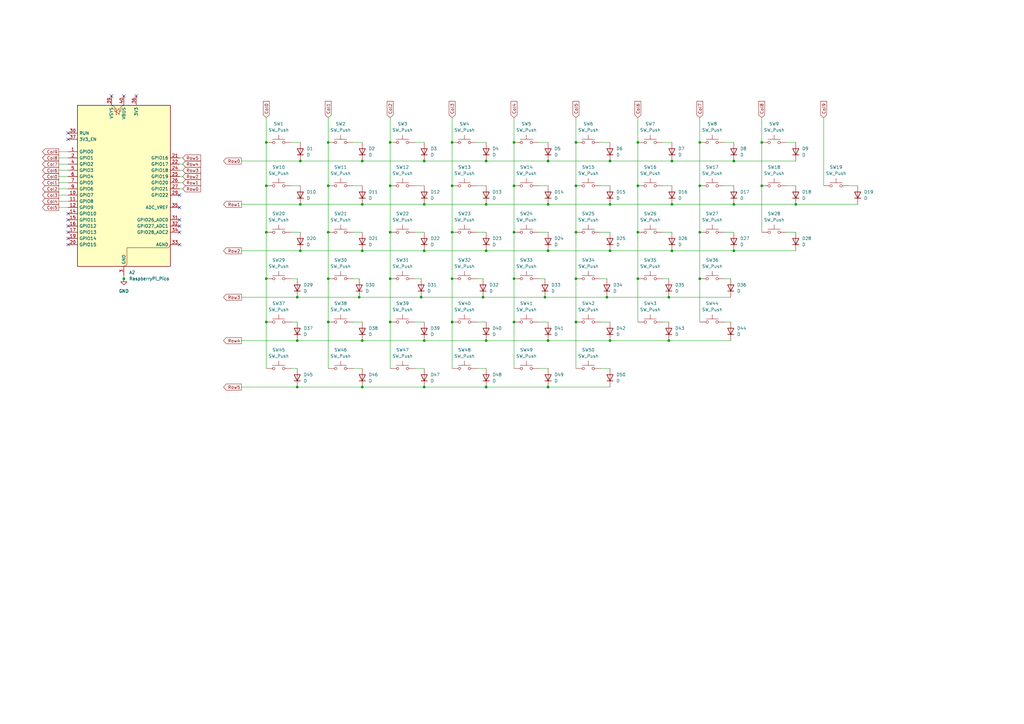
<source format=kicad_sch>
(kicad_sch (version 20250114) (generator "eeschema") (generator_version "9.0")
  (paper "A3")
  (junction (at 185.42 76.2))
  (junction (at 261.62 58.42))
  (junction (at 210.82 76.2))
  (junction (at 236.22 58.42))
  (junction (at 224.79 139.7))
  (junction (at 248.92 121.92))
  (junction (at 261.62 76.2))
  (junction (at 50.8 114.3))
  (junction (at 287.02 58.42))
  (junction (at 185.42 95.25))
  (junction (at 236.22 76.2))
  (junction (at 198.12 121.92))
  (junction (at 250.19 66.04))
  (junction (at 160.02 76.2))
  (junction (at 236.22 132.08))
  (junction (at 250.19 83.82))
  (junction (at 121.92 121.92))
  (junction (at 148.59 66.04))
  (junction (at 312.42 76.2))
  (junction (at 199.39 158.75))
  (junction (at 121.92 139.7))
  (junction (at 210.82 114.3))
  (junction (at 123.19 66.04))
  (junction (at 224.79 83.82))
  (junction (at 121.92 158.75))
  (junction (at 274.32 139.7))
  (junction (at 148.59 102.87))
  (junction (at 236.22 114.3))
  (junction (at 109.22 114.3))
  (junction (at 173.99 139.7))
  (junction (at 134.62 132.08))
  (junction (at 287.02 95.25))
  (junction (at 287.02 76.2))
  (junction (at 109.22 58.42))
  (junction (at 173.99 83.82))
  (junction (at 173.99 158.75))
  (junction (at 134.62 76.2))
  (junction (at 224.79 66.04))
  (junction (at 199.39 102.87))
  (junction (at 109.22 95.25))
  (junction (at 250.19 139.7))
  (junction (at 275.59 102.87))
  (junction (at 134.62 114.3))
  (junction (at 185.42 58.42))
  (junction (at 160.02 132.08))
  (junction (at 250.19 102.87))
  (junction (at 109.22 76.2))
  (junction (at 223.52 121.92))
  (junction (at 224.79 158.75))
  (junction (at 134.62 95.25))
  (junction (at 199.39 66.04))
  (junction (at 185.42 114.3))
  (junction (at 147.32 121.92))
  (junction (at 326.39 83.82))
  (junction (at 160.02 114.3))
  (junction (at 160.02 58.42))
  (junction (at 300.99 102.87))
  (junction (at 148.59 83.82))
  (junction (at 123.19 102.87))
  (junction (at 173.99 66.04))
  (junction (at 210.82 132.08))
  (junction (at 148.59 139.7))
  (junction (at 148.59 158.75))
  (junction (at 134.62 58.42))
  (junction (at 261.62 95.25))
  (junction (at 236.22 95.25))
  (junction (at 300.99 83.82))
  (junction (at 199.39 83.82))
  (junction (at 109.22 132.08))
  (junction (at 185.42 132.08))
  (junction (at 274.32 121.92))
  (junction (at 199.39 139.7))
  (junction (at 173.99 102.87))
  (junction (at 224.79 102.87))
  (junction (at 210.82 95.25))
  (junction (at 312.42 58.42))
  (junction (at 172.72 121.92))
  (junction (at 123.19 83.82))
  (junction (at 300.99 66.04))
  (junction (at 261.62 114.3))
  (junction (at 160.02 95.25))
  (junction (at 210.82 58.42))
  (junction (at 287.02 114.3))
  (junction (at 275.59 66.04))
  (junction (at 275.59 83.82))
  (no_connect (at 27.94 90.17))
  (no_connect (at 73.66 92.71))
  (no_connect (at 73.66 85.09))
  (no_connect (at 73.66 95.25))
  (no_connect (at 27.94 92.71))
  (no_connect (at 55.88 39.37))
  (no_connect (at 27.94 95.25))
  (no_connect (at 73.66 80.01))
  (no_connect (at 50.8 39.37))
  (no_connect (at 73.66 100.33))
  (no_connect (at 27.94 87.63))
  (no_connect (at 27.94 54.61))
  (no_connect (at 27.94 97.79))
  (no_connect (at 27.94 57.15))
  (no_connect (at 27.94 100.33))
  (no_connect (at 73.66 90.17))
  (no_connect (at 45.72 39.37))
  (wire (pts (xy 312.42 48.26) (xy 312.42 58.42)))
  (wire (pts (xy 74.93 74.93) (xy 73.66 74.93)))
  (wire (pts (xy 74.93 69.85) (xy 73.66 69.85)))
  (wire (pts (xy 99.06 139.7) (xy 121.92 139.7)))
  (wire (pts (xy 99.06 83.82) (xy 123.19 83.82)))
  (wire (pts (xy 148.59 158.75) (xy 173.99 158.75)))
  (wire (pts (xy 287.02 114.3) (xy 287.02 132.08)))
  (wire (pts (xy 24.13 67.31) (xy 27.94 67.31)))
  (wire (pts (xy 224.79 83.82) (xy 250.19 83.82)))
  (wire (pts (xy 148.59 102.87) (xy 173.99 102.87)))
  (wire (pts (xy 347.98 76.2) (xy 351.79 76.2)))
  (wire (pts (xy 160.02 58.42) (xy 160.02 76.2)))
  (wire (pts (xy 74.93 64.77) (xy 73.66 64.77)))
  (wire (pts (xy 271.78 76.2) (xy 275.59 76.2)))
  (wire (pts (xy 24.13 82.55) (xy 27.94 82.55)))
  (wire (pts (xy 121.92 121.92) (xy 147.32 121.92)))
  (wire (pts (xy 50.8 113.03) (xy 50.8 114.3)))
  (wire (pts (xy 170.18 151.13) (xy 173.99 151.13)))
  (wire (pts (xy 99.06 158.75) (xy 121.92 158.75)))
  (wire (pts (xy 148.59 83.82) (xy 173.99 83.82)))
  (wire (pts (xy 337.82 48.26) (xy 337.82 76.2)))
  (wire (pts (xy 250.19 102.87) (xy 275.59 102.87)))
  (wire (pts (xy 195.58 132.08) (xy 199.39 132.08)))
  (wire (pts (xy 326.39 83.82) (xy 351.79 83.82)))
  (wire (pts (xy 210.82 48.26) (xy 210.82 58.42)))
  (wire (pts (xy 210.82 76.2) (xy 210.82 95.25)))
  (wire (pts (xy 271.78 114.3) (xy 274.32 114.3)))
  (wire (pts (xy 210.82 58.42) (xy 210.82 76.2)))
  (wire (pts (xy 160.02 132.08) (xy 160.02 151.13)))
  (wire (pts (xy 246.38 114.3) (xy 248.92 114.3)))
  (wire (pts (xy 236.22 95.25) (xy 236.22 114.3)))
  (wire (pts (xy 199.39 66.04) (xy 224.79 66.04)))
  (wire (pts (xy 144.78 151.13) (xy 148.59 151.13)))
  (wire (pts (xy 170.18 132.08) (xy 173.99 132.08)))
  (wire (pts (xy 297.18 132.08) (xy 299.72 132.08)))
  (wire (pts (xy 246.38 76.2) (xy 250.19 76.2)))
  (wire (pts (xy 271.78 95.25) (xy 275.59 95.25)))
  (wire (pts (xy 297.18 58.42) (xy 300.99 58.42)))
  (wire (pts (xy 250.19 66.04) (xy 275.59 66.04)))
  (wire (pts (xy 312.42 76.2) (xy 312.42 95.25)))
  (wire (pts (xy 123.19 76.2) (xy 119.38 76.2)))
  (wire (pts (xy 121.92 158.75) (xy 148.59 158.75)))
  (wire (pts (xy 261.62 76.2) (xy 261.62 95.25)))
  (wire (pts (xy 109.22 76.2) (xy 109.22 95.25)))
  (wire (pts (xy 236.22 76.2) (xy 236.22 95.25)))
  (wire (pts (xy 322.58 58.42) (xy 326.39 58.42)))
  (wire (pts (xy 210.82 95.25) (xy 210.82 114.3)))
  (wire (pts (xy 123.19 83.82) (xy 148.59 83.82)))
  (wire (pts (xy 275.59 83.82) (xy 300.99 83.82)))
  (wire (pts (xy 297.18 114.3) (xy 299.72 114.3)))
  (wire (pts (xy 134.62 76.2) (xy 134.62 95.25)))
  (wire (pts (xy 109.22 48.26) (xy 109.22 58.42)))
  (wire (pts (xy 24.13 69.85) (xy 27.94 69.85)))
  (wire (pts (xy 109.22 58.42) (xy 109.22 76.2)))
  (wire (pts (xy 236.22 58.42) (xy 236.22 76.2)))
  (wire (pts (xy 236.22 132.08) (xy 236.22 151.13)))
  (wire (pts (xy 274.32 139.7) (xy 299.72 139.7)))
  (wire (pts (xy 24.13 85.09) (xy 27.94 85.09)))
  (wire (pts (xy 109.22 114.3) (xy 109.22 132.08)))
  (wire (pts (xy 123.19 102.87) (xy 148.59 102.87)))
  (wire (pts (xy 220.98 95.25) (xy 224.79 95.25)))
  (wire (pts (xy 24.13 62.23) (xy 27.94 62.23)))
  (wire (pts (xy 274.32 121.92) (xy 299.72 121.92)))
  (wire (pts (xy 173.99 66.04) (xy 199.39 66.04)))
  (wire (pts (xy 195.58 114.3) (xy 198.12 114.3)))
  (wire (pts (xy 170.18 76.2) (xy 173.99 76.2)))
  (wire (pts (xy 160.02 114.3) (xy 160.02 132.08)))
  (wire (pts (xy 185.42 76.2) (xy 185.42 95.25)))
  (wire (pts (xy 109.22 95.25) (xy 109.22 114.3)))
  (wire (pts (xy 199.39 102.87) (xy 224.79 102.87)))
  (wire (pts (xy 297.18 95.25) (xy 300.99 95.25)))
  (wire (pts (xy 119.38 114.3) (xy 121.92 114.3)))
  (wire (pts (xy 246.38 151.13) (xy 250.19 151.13)))
  (wire (pts (xy 261.62 48.26) (xy 261.62 58.42)))
  (wire (pts (xy 220.98 114.3) (xy 223.52 114.3)))
  (wire (pts (xy 250.19 83.82) (xy 275.59 83.82)))
  (wire (pts (xy 144.78 132.08) (xy 148.59 132.08)))
  (wire (pts (xy 144.78 58.42) (xy 148.59 58.42)))
  (wire (pts (xy 195.58 95.25) (xy 199.39 95.25)))
  (wire (pts (xy 300.99 83.82) (xy 326.39 83.82)))
  (wire (pts (xy 160.02 95.25) (xy 160.02 114.3)))
  (wire (pts (xy 220.98 58.42) (xy 224.79 58.42)))
  (wire (pts (xy 134.62 132.08) (xy 134.62 151.13)))
  (wire (pts (xy 134.62 58.42) (xy 134.62 76.2)))
  (wire (pts (xy 220.98 132.08) (xy 224.79 132.08)))
  (wire (pts (xy 173.99 83.82) (xy 199.39 83.82)))
  (wire (pts (xy 185.42 114.3) (xy 185.42 132.08)))
  (wire (pts (xy 261.62 114.3) (xy 261.62 132.08)))
  (wire (pts (xy 74.93 67.31) (xy 73.66 67.31)))
  (wire (pts (xy 199.39 158.75) (xy 224.79 158.75)))
  (wire (pts (xy 297.18 76.2) (xy 300.99 76.2)))
  (wire (pts (xy 99.06 102.87) (xy 123.19 102.87)))
  (wire (pts (xy 199.39 83.82) (xy 224.79 83.82)))
  (wire (pts (xy 236.22 48.26) (xy 236.22 58.42)))
  (wire (pts (xy 185.42 132.08) (xy 185.42 151.13)))
  (wire (pts (xy 24.13 74.93) (xy 27.94 74.93)))
  (wire (pts (xy 119.38 151.13) (xy 121.92 151.13)))
  (wire (pts (xy 119.38 58.42) (xy 123.19 58.42)))
  (wire (pts (xy 224.79 102.87) (xy 250.19 102.87)))
  (wire (pts (xy 24.13 72.39) (xy 27.94 72.39)))
  (wire (pts (xy 210.82 132.08) (xy 210.82 151.13)))
  (wire (pts (xy 119.38 95.25) (xy 123.19 95.25)))
  (wire (pts (xy 24.13 77.47) (xy 27.94 77.47)))
  (wire (pts (xy 223.52 121.92) (xy 248.92 121.92)))
  (wire (pts (xy 322.58 95.25) (xy 326.39 95.25)))
  (wire (pts (xy 250.19 139.7) (xy 274.32 139.7)))
  (wire (pts (xy 224.79 66.04) (xy 250.19 66.04)))
  (wire (pts (xy 144.78 95.25) (xy 148.59 95.25)))
  (wire (pts (xy 160.02 76.2) (xy 160.02 95.25)))
  (wire (pts (xy 261.62 58.42) (xy 261.62 76.2)))
  (wire (pts (xy 99.06 121.92) (xy 121.92 121.92)))
  (wire (pts (xy 198.12 121.92) (xy 223.52 121.92)))
  (wire (pts (xy 195.58 76.2) (xy 199.39 76.2)))
  (wire (pts (xy 220.98 76.2) (xy 224.79 76.2)))
  (wire (pts (xy 271.78 58.42) (xy 275.59 58.42)))
  (wire (pts (xy 236.22 114.3) (xy 236.22 132.08)))
  (wire (pts (xy 210.82 114.3) (xy 210.82 132.08)))
  (wire (pts (xy 224.79 158.75) (xy 250.19 158.75)))
  (wire (pts (xy 121.92 139.7) (xy 148.59 139.7)))
  (wire (pts (xy 170.18 95.25) (xy 173.99 95.25)))
  (wire (pts (xy 148.59 66.04) (xy 173.99 66.04)))
  (wire (pts (xy 199.39 139.7) (xy 224.79 139.7)))
  (wire (pts (xy 172.72 121.92) (xy 198.12 121.92)))
  (wire (pts (xy 119.38 132.08) (xy 121.92 132.08)))
  (wire (pts (xy 173.99 158.75) (xy 199.39 158.75)))
  (wire (pts (xy 312.42 58.42) (xy 312.42 76.2)))
  (wire (pts (xy 170.18 114.3) (xy 172.72 114.3)))
  (wire (pts (xy 246.38 132.08) (xy 250.19 132.08)))
  (wire (pts (xy 287.02 76.2) (xy 287.02 95.25)))
  (wire (pts (xy 261.62 95.25) (xy 261.62 114.3)))
  (wire (pts (xy 109.22 132.08) (xy 109.22 151.13)))
  (wire (pts (xy 275.59 66.04) (xy 300.99 66.04)))
  (wire (pts (xy 123.19 66.04) (xy 148.59 66.04)))
  (wire (pts (xy 24.13 80.01) (xy 27.94 80.01)))
  (wire (pts (xy 160.02 48.26) (xy 160.02 58.42)))
  (wire (pts (xy 248.92 121.92) (xy 274.32 121.92)))
  (wire (pts (xy 185.42 48.26) (xy 185.42 58.42)))
  (wire (pts (xy 170.18 58.42) (xy 173.99 58.42)))
  (wire (pts (xy 134.62 48.26) (xy 134.62 58.42)))
  (wire (pts (xy 144.78 76.2) (xy 148.59 76.2)))
  (wire (pts (xy 173.99 139.7) (xy 199.39 139.7)))
  (wire (pts (xy 148.59 139.7) (xy 173.99 139.7)))
  (wire (pts (xy 185.42 58.42) (xy 185.42 76.2)))
  (wire (pts (xy 173.99 102.87) (xy 199.39 102.87)))
  (wire (pts (xy 185.42 95.25) (xy 185.42 114.3)))
  (wire (pts (xy 195.58 58.42) (xy 199.39 58.42)))
  (wire (pts (xy 195.58 151.13) (xy 199.39 151.13)))
  (wire (pts (xy 24.13 64.77) (xy 27.94 64.77)))
  (wire (pts (xy 271.78 132.08) (xy 274.32 132.08)))
  (wire (pts (xy 99.06 66.04) (xy 123.19 66.04)))
  (wire (pts (xy 144.78 114.3) (xy 147.32 114.3)))
  (wire (pts (xy 134.62 95.25) (xy 134.62 114.3)))
  (wire (pts (xy 74.93 72.39) (xy 73.66 72.39)))
  (wire (pts (xy 287.02 58.42) (xy 287.02 76.2)))
  (wire (pts (xy 287.02 95.25) (xy 287.02 114.3)))
  (wire (pts (xy 224.79 139.7) (xy 250.19 139.7)))
  (wire (pts (xy 300.99 102.87) (xy 326.39 102.87)))
  (wire (pts (xy 134.62 114.3) (xy 134.62 132.08)))
  (wire (pts (xy 287.02 48.26) (xy 287.02 58.42)))
  (wire (pts (xy 246.38 95.25) (xy 250.19 95.25)))
  (wire (pts (xy 300.99 66.04) (xy 326.39 66.04)))
  (wire (pts (xy 220.98 151.13) (xy 224.79 151.13)))
  (wire (pts (xy 246.38 58.42) (xy 250.19 58.42)))
  (wire (pts (xy 74.93 77.47) (xy 73.66 77.47)))
  (wire (pts (xy 275.59 102.87) (xy 300.99 102.87)))
  (wire (pts (xy 322.58 76.2) (xy 326.39 76.2)))
  (wire (pts (xy 147.32 121.92) (xy 172.72 121.92)))
  (global_label "Col9" (shape output) (at 24.13 62.23 180) (property "Intersheetrefs" "${INTERSHEET_REFS}" (effects (hide yes))))
  (global_label "Col7" (shape output) (at 24.13 67.31 180) (property "Intersheetrefs" "${INTERSHEET_REFS}" (effects (hide yes))))
  (global_label "Col8" (shape output) (at 24.13 64.77 180) (property "Intersheetrefs" "${INTERSHEET_REFS}" (effects (hide yes))))
  (global_label "Col6" (shape output) (at 24.13 69.85 180) (property "Intersheetrefs" "${INTERSHEET_REFS}" (effects (hide yes))))
  (global_label "Col5" (shape output) (at 24.13 85.09 180) (property "Intersheetrefs" "${INTERSHEET_REFS}" (effects (hide yes))))
  (global_label "Col4" (shape output) (at 24.13 82.55 180) (property "Intersheetrefs" "${INTERSHEET_REFS}" (effects (hide yes))))
  (global_label "Col3" (shape output) (at 24.13 80.01 180) (property "Intersheetrefs" "${INTERSHEET_REFS}" (effects (hide yes))))
  (global_label "Col2" (shape output) (at 24.13 77.47 180) (property "Intersheetrefs" "${INTERSHEET_REFS}" (effects (hide yes))))
  (global_label "Col1" (shape input) (at 134.62 48.26 90) (property "Intersheetrefs" "${INTERSHEET_REFS}" (effects (hide yes))))
  (global_label "Col2" (shape input) (at 160.02 48.26 90) (property "Intersheetrefs" "${INTERSHEET_REFS}" (effects (hide yes))))
  (global_label "Col3" (shape input) (at 185.42 48.26 90) (property "Intersheetrefs" "${INTERSHEET_REFS}" (effects (hide yes))))
  (global_label "Col9" (shape input) (at 337.82 48.26 90) (property "Intersheetrefs" "${INTERSHEET_REFS}" (effects (hide yes))))
  (global_label "Col1" (shape output) (at 24.13 74.93 180) (property "Intersheetrefs" "${INTERSHEET_REFS}" (effects (hide yes))))
  (global_label "Row4" (shape output) (at 99.06 139.7 180) (property "Intersheetrefs" "${INTERSHEET_REFS}" (effects (hide yes))))
  (global_label "Row5" (shape output) (at 99.06 158.75 180) (property "Intersheetrefs" "${INTERSHEET_REFS}" (effects (hide yes))))
  (global_label "Row2" (shape output) (at 99.06 102.87 180) (property "Intersheetrefs" "${INTERSHEET_REFS}" (effects (hide yes))))
  (global_label "Row3" (shape output) (at 99.06 121.92 180) (property "Intersheetrefs" "${INTERSHEET_REFS}" (effects (hide yes))))
  (global_label "Row1" (shape output) (at 99.06 83.82 180) (property "Intersheetrefs" "${INTERSHEET_REFS}" (effects (hide yes))))
  (global_label "Row2" (shape input) (at 74.93 72.39 0) (property "Intersheetrefs" "${INTERSHEET_REFS}" (effects (hide yes))))
  (global_label "Row5" (shape input) (at 74.93 64.77 0) (property "Intersheetrefs" "${INTERSHEET_REFS}" (effects (hide yes))))
  (global_label "Row3" (shape input) (at 74.93 69.85 0) (property "Intersheetrefs" "${INTERSHEET_REFS}" (effects (hide yes))))
  (global_label "Row4" (shape input) (at 74.93 67.31 0) (property "Intersheetrefs" "${INTERSHEET_REFS}" (effects (hide yes))))
  (global_label "Row0" (shape input) (at 74.93 77.47 0) (property "Intersheetrefs" "${INTERSHEET_REFS}" (effects (hide yes))))
  (global_label "Row1" (shape input) (at 74.93 74.93 0) (property "Intersheetrefs" "${INTERSHEET_REFS}" (effects (hide yes))))
  (global_label "Col4" (shape input) (at 210.82 48.26 90) (property "Intersheetrefs" "${INTERSHEET_REFS}" (effects (hide yes))))
  (global_label "Col5" (shape input) (at 236.22 48.26 90) (property "Intersheetrefs" "${INTERSHEET_REFS}" (effects (hide yes))))
  (global_label "Col6" (shape input) (at 261.62 48.26 90) (property "Intersheetrefs" "${INTERSHEET_REFS}" (effects (hide yes))))
  (global_label "Col0" (shape input) (at 109.22 48.26 90) (property "Intersheetrefs" "${INTERSHEET_REFS}" (effects (hide yes))))
  (global_label "Row0" (shape output) (at 99.06 66.04 180) (property "Intersheetrefs" "${INTERSHEET_REFS}" (effects (hide yes))))
  (global_label "Col7" (shape input) (at 287.02 48.26 90) (property "Intersheetrefs" "${INTERSHEET_REFS}" (effects (hide yes))))
  (global_label "Col8" (shape input) (at 312.42 48.26 90) (property "Intersheetrefs" "${INTERSHEET_REFS}" (effects (hide yes))))
  (global_label "Col0" (shape output) (at 24.13 72.39 180) (property "Intersheetrefs" "${INTERSHEET_REFS}" (effects (hide yes))))
  (symbol (lib_id "Device:D") (at 224.79 154.94 90) (unit 1)
    (property "Reference" "D49" (at 227.33 153.6699 90) (effects (justify right)))
    (property "Value" "D" (at 227.33 156.2099 90) (effects (justify right)))
    (property "Footprint" "Diode_THT:D_DO-35_SOD27_P7.62mm_Horizontal" (effects (hide yes)))
    (property "Description" "Diode" (effects (hide yes)))
    (property "Sim.Device" "D" (effects (hide yes)))
    (property "Sim.Pins" "1=K 2=A" (effects (hide yes)))
  )
  (symbol (lib_id "Device:D") (at 173.99 62.23 90) (unit 1)
    (property "Reference" "D3" (at 176.53 60.9599 90) (effects (justify right)))
    (property "Value" "D" (at 176.53 63.4999 90) (effects (justify right)))
    (property "Footprint" "Diode_THT:D_DO-35_SOD27_P7.62mm_Horizontal" (effects (hide yes)))
    (property "Description" "Diode" (effects (hide yes)))
    (property "Sim.Device" "D" (effects (hide yes)))
    (property "Sim.Pins" "1=K 2=A" (effects (hide yes)))
  )
  (symbol (lib_id "Device:D") (at 148.59 135.89 90) (unit 1)
    (property "Reference" "D38" (at 151.13 134.6199 90) (effects (justify right)))
    (property "Value" "D" (at 151.13 137.1599 90) (effects (justify right)))
    (property "Footprint" "Diode_THT:D_DO-35_SOD27_P7.62mm_Horizontal" (effects (hide yes)))
    (property "Description" "Diode" (effects (hide yes)))
    (property "Sim.Device" "D" (effects (hide yes)))
    (property "Sim.Pins" "1=K 2=A" (effects (hide yes)))
  )
  (symbol (lib_id "Device:D") (at 300.99 62.23 90) (unit 1)
    (property "Reference" "D8" (at 303.53 60.9599 90) (effects (justify right)))
    (property "Value" "D" (at 303.53 63.4999 90) (effects (justify right)))
    (property "Footprint" "Diode_THT:D_DO-35_SOD27_P7.62mm_Horizontal" (effects (hide yes)))
    (property "Description" "Diode" (effects (hide yes)))
    (property "Sim.Device" "D" (effects (hide yes)))
    (property "Sim.Pins" "1=K 2=A" (effects (hide yes)))
  )
  (symbol (lib_id "Switch:SW_Push") (at 114.3 132.08 0) (unit 1)
    (property "Reference" "SW37" (at 114.3 124.46 0))
    (property "Value" "SW_Push" (at 114.3 127 0))
    (property "Footprint" "KeySwitch:MX-Hotswap-1U" (effects (hide yes)))
    (property "Description" "Push button switch, generic, two pins" (effects (hide yes)))
  )
  (symbol (lib_id "Device:D") (at 224.79 62.23 90) (unit 1)
    (property "Reference" "D5" (at 227.33 60.9599 90) (effects (justify right)))
    (property "Value" "D" (at 227.33 63.4999 90) (effects (justify right)))
    (property "Footprint" "Diode_THT:D_DO-35_SOD27_P7.62mm_Horizontal" (effects (hide yes)))
    (property "Description" "Diode" (effects (hide yes)))
    (property "Sim.Device" "D" (effects (hide yes)))
    (property "Sim.Pins" "1=K 2=A" (effects (hide yes)))
  )
  (symbol (lib_id "Device:D") (at 198.12 118.11 90) (unit 1)
    (property "Reference" "D32" (at 200.66 116.8399 90) (effects (justify right)))
    (property "Value" "D" (at 200.66 119.3799 90) (effects (justify right)))
    (property "Footprint" "Diode_THT:D_DO-35_SOD27_P7.62mm_Horizontal" (effects (hide yes)))
    (property "Description" "Diode" (effects (hide yes)))
    (property "Sim.Device" "D" (effects (hide yes)))
    (property "Sim.Pins" "1=K 2=A" (effects (hide yes)))
  )
  (symbol (lib_id "Device:D") (at 224.79 135.89 90) (unit 1)
    (property "Reference" "D41" (at 227.33 134.6199 90) (effects (justify right)))
    (property "Value" "D" (at 227.33 137.1599 90) (effects (justify right)))
    (property "Footprint" "Diode_THT:D_DO-35_SOD27_P7.62mm_Horizontal" (effects (hide yes)))
    (property "Description" "Diode" (effects (hide yes)))
    (property "Sim.Device" "D" (effects (hide yes)))
    (property "Sim.Pins" "1=K 2=A" (effects (hide yes)))
  )
  (symbol (lib_id "Switch:SW_Push") (at 114.3 76.2 0) (unit 1)
    (property "Reference" "SW10" (at 114.3 68.58 0))
    (property "Value" "SW_Push" (at 114.3 71.12 0))
    (property "Footprint" "KeySwitch:MX-Hotswap-1U" (effects (hide yes)))
    (property "Description" "Push button switch, generic, two pins" (effects (hide yes)))
  )
  (symbol (lib_id "Switch:SW_Push") (at 139.7 114.3 0) (unit 1)
    (property "Reference" "SW30" (at 139.7 106.68 0))
    (property "Value" "SW_Push" (at 139.7 109.22 0))
    (property "Footprint" "KeySwitch:MX-Hotswap-1U" (effects (hide yes)))
    (property "Description" "Push button switch, generic, two pins" (effects (hide yes)))
  )
  (symbol (lib_id "Switch:SW_Push") (at 165.1 58.42 0) (unit 1)
    (property "Reference" "SW3" (at 165.1 50.8 0))
    (property "Value" "SW_Push" (at 165.1 53.34 0))
    (property "Footprint" "KeySwitch:MX-Hotswap-1U" (effects (hide yes)))
    (property "Description" "Push button switch, generic, two pins" (effects (hide yes)))
  )
  (symbol (lib_id "Device:D") (at 250.19 99.06 90) (unit 1)
    (property "Reference" "D25" (at 252.73 97.7899 90) (effects (justify right)))
    (property "Value" "D" (at 252.73 100.3299 90) (effects (justify right)))
    (property "Footprint" "Diode_THT:D_DO-35_SOD27_P7.62mm_Horizontal" (effects (hide yes)))
    (property "Description" "Diode" (effects (hide yes)))
    (property "Sim.Device" "D" (effects (hide yes)))
    (property "Sim.Pins" "1=K 2=A" (effects (hide yes)))
  )
  (symbol (lib_id "Switch:SW_Push") (at 190.5 132.08 0) (unit 1)
    (property "Reference" "SW40" (at 190.5 124.46 0))
    (property "Value" "SW_Push" (at 190.5 127 0))
    (property "Footprint" "KeySwitch:MX-Hotswap-1U" (effects (hide yes)))
    (property "Description" "Push button switch, generic, two pins" (effects (hide yes)))
  )
  (symbol (lib_id "Device:D") (at 274.32 135.89 90) (unit 1)
    (property "Reference" "D43" (at 276.86 134.6199 90) (effects (justify right)))
    (property "Value" "D" (at 276.86 137.1599 90) (effects (justify right)))
    (property "Footprint" "Diode_THT:D_DO-35_SOD27_P7.62mm_Horizontal" (effects (hide yes)))
    (property "Description" "Diode" (effects (hide yes)))
    (property "Sim.Device" "D" (effects (hide yes)))
    (property "Sim.Pins" "1=K 2=A" (effects (hide yes)))
  )
  (symbol (lib_id "Device:D") (at 275.59 62.23 90) (unit 1)
    (property "Reference" "D7" (at 278.13 60.9599 90) (effects (justify right)))
    (property "Value" "D" (at 278.13 63.4999 90) (effects (justify right)))
    (property "Footprint" "Diode_THT:D_DO-35_SOD27_P7.62mm_Horizontal" (effects (hide yes)))
    (property "Description" "Diode" (effects (hide yes)))
    (property "Sim.Device" "D" (effects (hide yes)))
    (property "Sim.Pins" "1=K 2=A" (effects (hide yes)))
  )
  (symbol (lib_id "Switch:SW_Push") (at 241.3 76.2 0) (unit 1)
    (property "Reference" "SW15" (at 241.3 68.58 0))
    (property "Value" "SW_Push" (at 241.3 71.12 0))
    (property "Footprint" "KeySwitch:MX-Hotswap-1U" (effects (hide yes)))
    (property "Description" "Push button switch, generic, two pins" (effects (hide yes)))
  )
  (symbol (lib_id "Device:D") (at 351.79 80.01 90) (unit 1)
    (property "Reference" "D19" (at 354.33 78.7399 90) (effects (justify right)))
    (property "Value" "D" (at 354.33 81.2799 90) (effects (justify right)))
    (property "Footprint" "Diode_THT:D_DO-35_SOD27_P7.62mm_Horizontal" (effects (hide yes)))
    (property "Description" "Diode" (effects (hide yes)))
    (property "Sim.Device" "D" (effects (hide yes)))
    (property "Sim.Pins" "1=K 2=A" (effects (hide yes)))
  )
  (symbol (lib_id "Switch:SW_Push") (at 292.1 76.2 0) (unit 1)
    (property "Reference" "SW17" (at 292.1 68.58 0))
    (property "Value" "SW_Push" (at 292.1 71.12 0))
    (property "Footprint" "KeySwitch:MX-Hotswap-1U" (effects (hide yes)))
    (property "Description" "Push button switch, generic, two pins" (effects (hide yes)))
  )
  (symbol (lib_id "Switch:SW_Push") (at 165.1 114.3 0) (unit 1)
    (property "Reference" "SW31" (at 165.1 106.68 0))
    (property "Value" "SW_Push" (at 165.1 109.22 0))
    (property "Footprint" "KeySwitch:MX-Hotswap-1U" (effects (hide yes)))
    (property "Description" "Push button switch, generic, two pins" (effects (hide yes)))
  )
  (symbol (lib_id "Device:D") (at 250.19 135.89 90) (unit 1)
    (property "Reference" "D42" (at 252.73 134.6199 90) (effects (justify right)))
    (property "Value" "D" (at 252.73 137.1599 90) (effects (justify right)))
    (property "Footprint" "Diode_THT:D_DO-35_SOD27_P7.62mm_Horizontal" (effects (hide yes)))
    (property "Description" "Diode" (effects (hide yes)))
    (property "Sim.Device" "D" (effects (hide yes)))
    (property "Sim.Pins" "1=K 2=A" (effects (hide yes)))
  )
  (symbol (lib_id "Switch:SW_Push") (at 342.9 76.2 0) (unit 1)
    (property "Reference" "SW19" (at 342.9 68.58 0))
    (property "Value" "SW_Push" (at 342.9 71.12 0))
    (property "Footprint" "KeySwitch:MX-Hotswap-1U" (effects (hide yes)))
    (property "Description" "Push button switch, generic, two pins" (effects (hide yes)))
  )
  (symbol (lib_id "Switch:SW_Push") (at 292.1 114.3 0) (unit 1)
    (property "Reference" "SW36" (at 292.1 106.68 0))
    (property "Value" "SW_Push" (at 292.1 109.22 0))
    (property "Footprint" "KeySwitch:MX-Hotswap-1U" (effects (hide yes)))
    (property "Description" "Push button switch, generic, two pins" (effects (hide yes)))
  )
  (symbol (lib_id "Switch:SW_Push") (at 139.7 95.25 0) (unit 1)
    (property "Reference" "SW21" (at 139.7 87.63 0))
    (property "Value" "SW_Push" (at 139.7 90.17 0))
    (property "Footprint" "KeySwitch:MX-Hotswap-1U" (effects (hide yes)))
    (property "Description" "Push button switch, generic, two pins" (effects (hide yes)))
  )
  (symbol (lib_id "Device:D") (at 250.19 154.94 90) (unit 1)
    (property "Reference" "D50" (at 252.73 153.6699 90) (effects (justify right)))
    (property "Value" "D" (at 252.73 156.2099 90) (effects (justify right)))
    (property "Footprint" "Diode_THT:D_DO-35_SOD27_P7.62mm_Horizontal" (effects (hide yes)))
    (property "Description" "Diode" (effects (hide yes)))
    (property "Sim.Device" "D" (effects (hide yes)))
    (property "Sim.Pins" "1=K 2=A" (effects (hide yes)))
  )
  (symbol (lib_id "Device:D") (at 248.92 118.11 90) (unit 1)
    (property "Reference" "D34" (at 251.46 116.8399 90) (effects (justify right)))
    (property "Value" "D" (at 251.46 119.3799 90) (effects (justify right)))
    (property "Footprint" "Diode_THT:D_DO-35_SOD27_P7.62mm_Horizontal" (effects (hide yes)))
    (property "Description" "Diode" (effects (hide yes)))
    (property "Sim.Device" "D" (effects (hide yes)))
    (property "Sim.Pins" "1=K 2=A" (effects (hide yes)))
  )
  (symbol (lib_id "Device:D") (at 173.99 99.06 90) (unit 1)
    (property "Reference" "D22" (at 176.53 97.7899 90) (effects (justify right)))
    (property "Value" "D" (at 176.53 100.3299 90) (effects (justify right)))
    (property "Footprint" "Diode_THT:D_DO-35_SOD27_P7.62mm_Horizontal" (effects (hide yes)))
    (property "Description" "Diode" (effects (hide yes)))
    (property "Sim.Device" "D" (effects (hide yes)))
    (property "Sim.Pins" "1=K 2=A" (effects (hide yes)))
  )
  (symbol (lib_id "Switch:SW_Push") (at 215.9 95.25 0) (unit 1)
    (property "Reference" "SW24" (at 215.9 87.63 0))
    (property "Value" "SW_Push" (at 215.9 90.17 0))
    (property "Footprint" "KeySwitch:MX-Hotswap-1U" (effects (hide yes)))
    (property "Description" "Push button switch, generic, two pins" (effects (hide yes)))
  )
  (symbol (lib_id "Switch:SW_Push") (at 165.1 95.25 0) (unit 1)
    (property "Reference" "SW22" (at 165.1 87.63 0))
    (property "Value" "SW_Push" (at 165.1 90.17 0))
    (property "Footprint" "KeySwitch:MX-Hotswap-1U" (effects (hide yes)))
    (property "Description" "Push button switch, generic, two pins" (effects (hide yes)))
  )
  (symbol (lib_id "Switch:SW_Push") (at 190.5 151.13 0) (unit 1)
    (property "Reference" "SW48" (at 190.5 143.51 0))
    (property "Value" "SW_Push" (at 190.5 146.05 0))
    (property "Footprint" "KeySwitch:MX-Hotswap-1U" (effects (hide yes)))
    (property "Description" "Push button switch, generic, two pins" (effects (hide yes)))
  )
  (symbol (lib_id "Switch:SW_Push") (at 292.1 95.25 0) (unit 1)
    (property "Reference" "SW27" (at 292.1 87.63 0))
    (property "Value" "SW_Push" (at 292.1 90.17 0))
    (property "Footprint" "KeySwitch:MX-Hotswap-1U" (effects (hide yes)))
    (property "Description" "Push button switch, generic, two pins" (effects (hide yes)))
  )
  (symbol (lib_id "Switch:SW_Push") (at 139.7 151.13 0) (unit 1)
    (property "Reference" "SW46" (at 139.7 143.51 0))
    (property "Value" "SW_Push" (at 139.7 146.05 0))
    (property "Footprint" "KeySwitch:MX-Hotswap-1U" (effects (hide yes)))
    (property "Description" "Push button switch, generic, two pins" (effects (hide yes)))
  )
  (symbol (lib_id "Switch:SW_Push") (at 266.7 114.3 0) (unit 1)
    (property "Reference" "SW35" (at 266.7 106.68 0))
    (property "Value" "SW_Push" (at 266.7 109.22 0))
    (property "Footprint" "KeySwitch:MX-Hotswap-1U" (effects (hide yes)))
    (property "Description" "Push button switch, generic, two pins" (effects (hide yes)))
  )
  (symbol (lib_id "Switch:SW_Push") (at 266.7 132.08 0) (unit 1)
    (property "Reference" "SW43" (at 266.7 124.46 0))
    (property "Value" "SW_Push" (at 266.7 127 0))
    (property "Footprint" "KeySwitch:MX-Hotswap-1U" (effects (hide yes)))
    (property "Description" "Push button switch, generic, two pins" (effects (hide yes)))
  )
  (symbol (lib_id "Device:D") (at 148.59 80.01 90) (unit 1)
    (property "Reference" "D11" (at 151.13 78.7399 90) (effects (justify right)))
    (property "Value" "D" (at 151.13 81.2799 90) (effects (justify right)))
    (property "Footprint" "Diode_THT:D_DO-35_SOD27_P7.62mm_Horizontal" (effects (hide yes)))
    (property "Description" "Diode" (effects (hide yes)))
    (property "Sim.Device" "D" (effects (hide yes)))
    (property "Sim.Pins" "1=K 2=A" (effects (hide yes)))
  )
  (symbol (lib_id "power:GND") (at 50.8 114.3 0) (unit 1)
    (property "Reference" "#PWR02" (effects (hide yes)))
    (property "Value" "GND" (at 50.8 119.38 0))
    (property "Description" "Power symbol creates a global label with name \"GND\" , ground" (effects (hide yes)))
  )
  (symbol (lib_id "Switch:SW_Push") (at 241.3 132.08 0) (unit 1)
    (property "Reference" "SW42" (at 241.3 124.46 0))
    (property "Value" "SW_Push" (at 241.3 127 0))
    (property "Footprint" "KeySwitch:MX-Hotswap-1U" (effects (hide yes)))
    (property "Description" "Push button switch, generic, two pins" (effects (hide yes)))
  )
  (symbol (lib_id "Switch:SW_Push") (at 215.9 114.3 0) (unit 1)
    (property "Reference" "SW33" (at 215.9 106.68 0))
    (property "Value" "SW_Push" (at 215.9 109.22 0))
    (property "Footprint" "KeySwitch:MX-Hotswap-1U" (effects (hide yes)))
    (property "Description" "Push button switch, generic, two pins" (effects (hide yes)))
  )
  (symbol (lib_id "Device:D") (at 299.72 135.89 90) (unit 1)
    (property "Reference" "D44" (at 302.26 134.6199 90) (effects (justify right)))
    (property "Value" "D" (at 302.26 137.1599 90) (effects (justify right)))
    (property "Footprint" "Diode_THT:D_DO-35_SOD27_P7.62mm_Horizontal" (effects (hide yes)))
    (property "Description" "Diode" (effects (hide yes)))
    (property "Sim.Device" "D" (effects (hide yes)))
    (property "Sim.Pins" "1=K 2=A" (effects (hide yes)))
  )
  (symbol (lib_id "Device:D") (at 250.19 62.23 90) (unit 1)
    (property "Reference" "D6" (at 252.73 60.9599 90) (effects (justify right)))
    (property "Value" "D" (at 252.73 63.4999 90) (effects (justify right)))
    (property "Footprint" "Diode_THT:D_DO-35_SOD27_P7.62mm_Horizontal" (effects (hide yes)))
    (property "Description" "Diode" (effects (hide yes)))
    (property "Sim.Device" "D" (effects (hide yes)))
    (property "Sim.Pins" "1=K 2=A" (effects (hide yes)))
  )
  (symbol (lib_id "Device:D") (at 147.32 118.11 90) (unit 1)
    (property "Reference" "D30" (at 149.86 116.8399 90) (effects (justify right)))
    (property "Value" "D" (at 149.86 119.3799 90) (effects (justify right)))
    (property "Footprint" "Diode_THT:D_DO-35_SOD27_P7.62mm_Horizontal" (effects (hide yes)))
    (property "Description" "Diode" (effects (hide yes)))
    (property "Sim.Device" "D" (effects (hide yes)))
    (property "Sim.Pins" "1=K 2=A" (effects (hide yes)))
  )
  (symbol (lib_id "Switch:SW_Push") (at 241.3 95.25 0) (unit 1)
    (property "Reference" "SW25" (at 241.3 87.63 0))
    (property "Value" "SW_Push" (at 241.3 90.17 0))
    (property "Footprint" "KeySwitch:MX-Hotswap-1U" (effects (hide yes)))
    (property "Description" "Push button switch, generic, two pins" (effects (hide yes)))
  )
  (symbol (lib_id "Switch:SW_Push") (at 241.3 114.3 0) (unit 1)
    (property "Reference" "SW34" (at 241.3 106.68 0))
    (property "Value" "SW_Push" (at 241.3 109.22 0))
    (property "Footprint" "KeySwitch:MX-Hotswap-1U" (effects (hide yes)))
    (property "Description" "Push button switch, generic, two pins" (effects (hide yes)))
  )
  (symbol (lib_id "Switch:SW_Push") (at 266.7 76.2 0) (unit 1)
    (property "Reference" "SW16" (at 266.7 68.58 0))
    (property "Value" "SW_Push" (at 266.7 71.12 0))
    (property "Footprint" "KeySwitch:MX-Hotswap-1U" (effects (hide yes)))
    (property "Description" "Push button switch, generic, two pins" (effects (hide yes)))
  )
  (symbol (lib_id "Device:D") (at 123.19 99.06 90) (unit 1)
    (property "Reference" "D20" (at 125.73 97.7899 90) (effects (justify right)))
    (property "Value" "D" (at 125.73 100.3299 90) (effects (justify right)))
    (property "Footprint" "Diode_THT:D_DO-35_SOD27_P7.62mm_Horizontal" (effects (hide yes)))
    (property "Description" "Diode" (effects (hide yes)))
    (property "Sim.Device" "D" (effects (hide yes)))
    (property "Sim.Pins" "1=K 2=A" (effects (hide yes)))
  )
  (symbol (lib_id "Device:D") (at 199.39 154.94 90) (unit 1)
    (property "Reference" "D48" (at 201.93 153.6699 90) (effects (justify right)))
    (property "Value" "D" (at 201.93 156.2099 90) (effects (justify right)))
    (property "Footprint" "Diode_THT:D_DO-35_SOD27_P7.62mm_Horizontal" (effects (hide yes)))
    (property "Description" "Diode" (effects (hide yes)))
    (property "Sim.Device" "D" (effects (hide yes)))
    (property "Sim.Pins" "1=K 2=A" (effects (hide yes)))
  )
  (symbol (lib_id "Switch:SW_Push") (at 266.7 58.42 0) (unit 1)
    (property "Reference" "SW7" (at 266.7 50.8 0))
    (property "Value" "SW_Push" (at 266.7 53.34 0))
    (property "Footprint" "KeySwitch:MX-Hotswap-1U" (effects (hide yes)))
    (property "Description" "Push button switch, generic, two pins" (effects (hide yes)))
  )
  (symbol (lib_id "Device:D") (at 121.92 135.89 90) (unit 1)
    (property "Reference" "D37" (at 124.46 134.6199 90) (effects (justify right)))
    (property "Value" "D" (at 124.46 137.1599 90) (effects (justify right)))
    (property "Footprint" "Diode_THT:D_DO-35_SOD27_P7.62mm_Horizontal" (effects (hide yes)))
    (property "Description" "Diode" (effects (hide yes)))
    (property "Sim.Device" "D" (effects (hide yes)))
    (property "Sim.Pins" "1=K 2=A" (effects (hide yes)))
  )
  (symbol (lib_id "Switch:SW_Push") (at 114.3 58.42 0) (unit 1)
    (property "Reference" "SW1" (at 114.3 50.8 0))
    (property "Value" "SW_Push" (at 114.3 53.34 0))
    (property "Footprint" "KeySwitch:MX-Hotswap-1U" (effects (hide yes)))
    (property "Description" "Push button switch, generic, two pins" (effects (hide yes)))
  )
  (symbol (lib_id "Device:D") (at 173.99 80.01 90) (unit 1)
    (property "Reference" "D12" (at 176.53 78.7399 90) (effects (justify right)))
    (property "Value" "D" (at 176.53 81.2799 90) (effects (justify right)))
    (property "Footprint" "Diode_THT:D_DO-35_SOD27_P7.62mm_Horizontal" (effects (hide yes)))
    (property "Description" "Diode" (effects (hide yes)))
    (property "Sim.Device" "D" (effects (hide yes)))
    (property "Sim.Pins" "1=K 2=A" (effects (hide yes)))
  )
  (symbol (lib_id "Switch:SW_Push") (at 190.5 95.25 0) (unit 1)
    (property "Reference" "SW23" (at 190.5 87.63 0))
    (property "Value" "SW_Push" (at 190.5 90.17 0))
    (property "Footprint" "KeySwitch:MX-Hotswap-1U" (effects (hide yes)))
    (property "Description" "Push button switch, generic, two pins" (effects (hide yes)))
  )
  (symbol (lib_id "Device:D") (at 148.59 62.23 90) (unit 1)
    (property "Reference" "D2" (at 151.13 60.9599 90) (effects (justify right)))
    (property "Value" "D" (at 151.13 63.4999 90) (effects (justify right)))
    (property "Footprint" "Diode_THT:D_DO-35_SOD27_P7.62mm_Horizontal" (effects (hide yes)))
    (property "Description" "Diode" (effects (hide yes)))
    (property "Sim.Device" "D" (effects (hide yes)))
    (property "Sim.Pins" "1=K 2=A" (effects (hide yes)))
  )
  (symbol (lib_id "Device:D") (at 148.59 154.94 90) (unit 1)
    (property "Reference" "D46" (at 151.13 153.6699 90) (effects (justify right)))
    (property "Value" "D" (at 151.13 156.2099 90) (effects (justify right)))
    (property "Footprint" "Diode_THT:D_DO-35_SOD27_P7.62mm_Horizontal" (effects (hide yes)))
    (property "Description" "Diode" (effects (hide yes)))
    (property "Sim.Device" "D" (effects (hide yes)))
    (property "Sim.Pins" "1=K 2=A" (effects (hide yes)))
  )
  (symbol (lib_id "Switch:SW_Push") (at 215.9 76.2 0) (unit 1)
    (property "Reference" "SW14" (at 215.9 68.58 0))
    (property "Value" "SW_Push" (at 215.9 71.12 0))
    (property "Footprint" "KeySwitch:MX-Hotswap-1U" (effects (hide yes)))
    (property "Description" "Push button switch, generic, two pins" (effects (hide yes)))
  )
  (symbol (lib_id "Device:D") (at 326.39 80.01 90) (unit 1)
    (property "Reference" "D18" (at 328.93 78.7399 90) (effects (justify right)))
    (property "Value" "D" (at 328.93 81.2799 90) (effects (justify right)))
    (property "Footprint" "Diode_THT:D_DO-35_SOD27_P7.62mm_Horizontal" (effects (hide yes)))
    (property "Description" "Diode" (effects (hide yes)))
    (property "Sim.Device" "D" (effects (hide yes)))
    (property "Sim.Pins" "1=K 2=A" (effects (hide yes)))
  )
  (symbol (lib_id "Device:D") (at 172.72 118.11 90) (unit 1)
    (property "Reference" "D31" (at 175.26 116.8399 90) (effects (justify right)))
    (property "Value" "D" (at 175.26 119.3799 90) (effects (justify right)))
    (property "Footprint" "Diode_THT:D_DO-35_SOD27_P7.62mm_Horizontal" (effects (hide yes)))
    (property "Description" "Diode" (effects (hide yes)))
    (property "Sim.Device" "D" (effects (hide yes)))
    (property "Sim.Pins" "1=K 2=A" (effects (hide yes)))
  )
  (symbol (lib_id "Switch:SW_Push") (at 114.3 114.3 0) (unit 1)
    (property "Reference" "SW29" (at 114.3 106.68 0))
    (property "Value" "SW_Push" (at 114.3 109.22 0))
    (property "Footprint" "KeySwitch:MX-Hotswap-1U" (effects (hide yes)))
    (property "Description" "Push button switch, generic, two pins" (effects (hide yes)))
  )
  (symbol (lib_id "Device:D") (at 173.99 135.89 90) (unit 1)
    (property "Reference" "D39" (at 176.53 134.6199 90) (effects (justify right)))
    (property "Value" "D" (at 176.53 137.1599 90) (effects (justify right)))
    (property "Footprint" "Diode_THT:D_DO-35_SOD27_P7.62mm_Horizontal" (effects (hide yes)))
    (property "Description" "Diode" (effects (hide yes)))
    (property "Sim.Device" "D" (effects (hide yes)))
    (property "Sim.Pins" "1=K 2=A" (effects (hide yes)))
  )
  (symbol (lib_id "Switch:SW_Push") (at 165.1 151.13 0) (unit 1)
    (property "Reference" "SW47" (at 165.1 143.51 0))
    (property "Value" "SW_Push" (at 165.1 146.05 0))
    (property "Footprint" "KeySwitch:MX-Hotswap-1U" (effects (hide yes)))
    (property "Description" "Push button switch, generic, two pins" (effects (hide yes)))
  )
  (symbol (lib_id "Device:D") (at 300.99 99.06 90) (unit 1)
    (property "Reference" "D27" (at 303.53 97.7899 90) (effects (justify right)))
    (property "Value" "D" (at 303.53 100.3299 90) (effects (justify right)))
    (property "Footprint" "Diode_THT:D_DO-35_SOD27_P7.62mm_Horizontal" (effects (hide yes)))
    (property "Description" "Diode" (effects (hide yes)))
    (property "Sim.Device" "D" (effects (hide yes)))
    (property "Sim.Pins" "1=K 2=A" (effects (hide yes)))
  )
  (symbol (lib_id "Device:D") (at 224.79 99.06 90) (unit 1)
    (property "Reference" "D24" (at 227.33 97.7899 90) (effects (justify right)))
    (property "Value" "D" (at 227.33 100.3299 90) (effects (justify right)))
    (property "Footprint" "Diode_THT:D_DO-35_SOD27_P7.62mm_Horizontal" (effects (hide yes)))
    (property "Description" "Diode" (effects (hide yes)))
    (property "Sim.Device" "D" (effects (hide yes)))
    (property "Sim.Pins" "1=K 2=A" (effects (hide yes)))
  )
  (symbol (lib_id "Device:D") (at 299.72 118.11 90) (unit 1)
    (property "Reference" "D36" (at 302.26 116.8399 90) (effects (justify right)))
    (property "Value" "D" (at 302.26 119.3799 90) (effects (justify right)))
    (property "Footprint" "Diode_THT:D_DO-35_SOD27_P7.62mm_Horizontal" (effects (hide yes)))
    (property "Description" "Diode" (effects (hide yes)))
    (property "Sim.Device" "D" (effects (hide yes)))
    (property "Sim.Pins" "1=K 2=A" (effects (hide yes)))
  )
  (symbol (lib_id "Device:D") (at 123.19 80.01 90) (unit 1)
    (property "Reference" "D10" (at 125.73 78.7399 90) (effects (justify right)))
    (property "Value" "D" (at 125.73 81.2799 90) (effects (justify right)))
    (property "Footprint" "Diode_THT:D_DO-35_SOD27_P7.62mm_Horizontal" (effects (hide yes)))
    (property "Description" "Diode" (effects (hide yes)))
    (property "Sim.Device" "D" (effects (hide yes)))
    (property "Sim.Pins" "1=K 2=A" (effects (hide yes)))
  )
  (symbol (lib_id "Device:D") (at 121.92 154.94 90) (unit 1)
    (property "Reference" "D45" (at 124.46 153.6699 90) (effects (justify right)))
    (property "Value" "D" (at 124.46 156.2099 90) (effects (justify right)))
    (property "Footprint" "Diode_THT:D_DO-35_SOD27_P7.62mm_Horizontal" (effects (hide yes)))
    (property "Description" "Diode" (effects (hide yes)))
    (property "Sim.Device" "D" (effects (hide yes)))
    (property "Sim.Pins" "1=K 2=A" (effects (hide yes)))
  )
  (symbol (lib_id "Device:D") (at 199.39 135.89 90) (unit 1)
    (property "Reference" "D40" (at 201.93 134.6199 90) (effects (justify right)))
    (property "Value" "D" (at 201.93 137.1599 90) (effects (justify right)))
    (property "Footprint" "Diode_THT:D_DO-35_SOD27_P7.62mm_Horizontal" (effects (hide yes)))
    (property "Description" "Diode" (effects (hide yes)))
    (property "Sim.Device" "D" (effects (hide yes)))
    (property "Sim.Pins" "1=K 2=A" (effects (hide yes)))
  )
  (symbol (lib_id "Switch:SW_Push") (at 292.1 132.08 0) (unit 1)
    (property "Reference" "SW44" (at 292.1 124.46 0))
    (property "Value" "SW_Push" (at 292.1 127 0))
    (property "Footprint" "KeySwitch:MX-Hotswap-1U" (effects (hide yes)))
    (property "Description" "Push button switch, generic, two pins" (effects (hide yes)))
  )
  (symbol (lib_id "Switch:SW_Push") (at 266.7 95.25 0) (unit 1)
    (property "Reference" "SW26" (at 266.7 87.63 0))
    (property "Value" "SW_Push" (at 266.7 90.17 0))
    (property "Footprint" "KeySwitch:MX-Hotswap-1U" (effects (hide yes)))
    (property "Description" "Push button switch, generic, two pins" (effects (hide yes)))
  )
  (symbol (lib_id "Switch:SW_Push") (at 165.1 132.08 0) (unit 1)
    (property "Reference" "SW39" (at 165.1 124.46 0))
    (property "Value" "SW_Push" (at 165.1 127 0))
    (property "Footprint" "KeySwitch:MX-Hotswap-1U" (effects (hide yes)))
    (property "Description" "Push button switch, generic, two pins" (effects (hide yes)))
  )
  (symbol (lib_id "Device:D") (at 121.92 118.11 90) (unit 1)
    (property "Reference" "D29" (at 124.46 116.8399 90) (effects (justify right)))
    (property "Value" "D" (at 124.46 119.3799 90) (effects (justify right)))
    (property "Footprint" "Diode_THT:D_DO-35_SOD27_P7.62mm_Horizontal" (effects (hide yes)))
    (property "Description" "Diode" (effects (hide yes)))
    (property "Sim.Device" "D" (effects (hide yes)))
    (property "Sim.Pins" "1=K 2=A" (effects (hide yes)))
  )
  (symbol (lib_id "Device:D") (at 173.99 154.94 90) (unit 1)
    (property "Reference" "D47" (at 176.53 153.6699 90) (effects (justify right)))
    (property "Value" "D" (at 176.53 156.2099 90) (effects (justify right)))
    (property "Footprint" "Diode_THT:D_DO-35_SOD27_P7.62mm_Horizontal" (effects (hide yes)))
    (property "Description" "Diode" (effects (hide yes)))
    (property "Sim.Device" "D" (effects (hide yes)))
    (property "Sim.Pins" "1=K 2=A" (effects (hide yes)))
  )
  (symbol (lib_id "power:GND") (at 50.8 114.3 0) (unit 1)
    (property "Reference" "#PWR01" (effects (hide yes)))
    (property "Value" "GND" (at 50.8 119.38 0))
    (property "Description" "Power symbol creates a global label with name \"GND\" , ground" (effects (hide yes)))
  )
  (symbol (lib_id "Switch:SW_Push") (at 139.7 58.42 0) (unit 1)
    (property "Reference" "SW2" (at 139.7 50.8 0))
    (property "Value" "SW_Push" (at 139.7 53.34 0))
    (property "Footprint" "KeySwitch:MX-Hotswap-1U" (effects (hide yes)))
    (property "Description" "Push button switch, generic, two pins" (effects (hide yes)))
  )
  (symbol (lib_id "Device:D") (at 148.59 99.06 90) (unit 1)
    (property "Reference" "D21" (at 151.13 97.7899 90) (effects (justify right)))
    (property "Value" "D" (at 151.13 100.3299 90) (effects (justify right)))
    (property "Footprint" "Diode_THT:D_DO-35_SOD27_P7.62mm_Horizontal" (effects (hide yes)))
    (property "Description" "Diode" (effects (hide yes)))
    (property "Sim.Device" "D" (effects (hide yes)))
    (property "Sim.Pins" "1=K 2=A" (effects (hide yes)))
  )
  (symbol (lib_id "Device:D") (at 275.59 99.06 90) (unit 1)
    (property "Reference" "D26" (at 278.13 97.7899 90) (effects (justify right)))
    (property "Value" "D" (at 278.13 100.3299 90) (effects (justify right)))
    (property "Footprint" "Diode_THT:D_DO-35_SOD27_P7.62mm_Horizontal" (effects (hide yes)))
    (property "Description" "Diode" (effects (hide yes)))
    (property "Sim.Device" "D" (effects (hide yes)))
    (property "Sim.Pins" "1=K 2=A" (effects (hide yes)))
  )
  (symbol (lib_id "Device:D") (at 199.39 62.23 90) (unit 1)
    (property "Reference" "D4" (at 201.93 60.9599 90) (effects (justify right)))
    (property "Value" "D" (at 201.93 63.4999 90) (effects (justify right)))
    (property "Footprint" "Diode_THT:D_DO-35_SOD27_P7.62mm_Horizontal" (effects (hide yes)))
    (property "Description" "Diode" (effects (hide yes)))
    (property "Sim.Device" "D" (effects (hide yes)))
    (property "Sim.Pins" "1=K 2=A" (effects (hide yes)))
  )
  (symbol (lib_id "Switch:SW_Push") (at 190.5 58.42 0) (unit 1)
    (property "Reference" "SW4" (at 190.5 50.8 0))
    (property "Value" "SW_Push" (at 190.5 53.34 0))
    (property "Footprint" "KeySwitch:MX-Hotswap-1U" (effects (hide yes)))
    (property "Description" "Push button switch, generic, two pins" (effects (hide yes)))
  )
  (symbol (lib_id "Device:D") (at 199.39 99.06 90) (unit 1)
    (property "Reference" "D23" (at 201.93 97.7899 90) (effects (justify right)))
    (property "Value" "D" (at 201.93 100.3299 90) (effects (justify right)))
    (property "Footprint" "Diode_THT:D_DO-35_SOD27_P7.62mm_Horizontal" (effects (hide yes)))
    (property "Description" "Diode" (effects (hide yes)))
    (property "Sim.Device" "D" (effects (hide yes)))
    (property "Sim.Pins" "1=K 2=A" (effects (hide yes)))
  )
  (symbol (lib_id "Device:D") (at 275.59 80.01 90) (unit 1)
    (property "Reference" "D16" (at 278.13 78.7399 90) (effects (justify right)))
    (property "Value" "D" (at 278.13 81.2799 90) (effects (justify right)))
    (property "Footprint" "Diode_THT:D_DO-35_SOD27_P7.62mm_Horizontal" (effects (hide yes)))
    (property "Description" "Diode" (effects (hide yes)))
    (property "Sim.Device" "D" (effects (hide yes)))
    (property "Sim.Pins" "1=K 2=A" (effects (hide yes)))
  )
  (symbol (lib_id "Device:D") (at 223.52 118.11 90) (unit 1)
    (property "Reference" "D33" (at 226.06 116.8399 90) (effects (justify right)))
    (property "Value" "D" (at 226.06 119.3799 90) (effects (justify right)))
    (property "Footprint" "Diode_THT:D_DO-35_SOD27_P7.62mm_Horizontal" (effects (hide yes)))
    (property "Description" "Diode" (effects (hide yes)))
    (property "Sim.Device" "D" (effects (hide yes)))
    (property "Sim.Pins" "1=K 2=A" (effects (hide yes)))
  )
  (symbol (lib_id "Switch:SW_Push") (at 215.9 132.08 0) (unit 1)
    (property "Reference" "SW41" (at 215.9 124.46 0))
    (property "Value" "SW_Push" (at 215.9 127 0))
    (property "Footprint" "KeySwitch:MX-Hotswap-1U" (effects (hide yes)))
    (property "Description" "Push button switch, generic, two pins" (effects (hide yes)))
  )
  (symbol (lib_id "Switch:SW_Push") (at 139.7 132.08 0) (unit 1)
    (property "Reference" "SW38" (at 139.7 124.46 0))
    (property "Value" "SW_Push" (at 139.7 127 0))
    (property "Footprint" "KeySwitch:MX-Hotswap-1U" (effects (hide yes)))
    (property "Description" "Push button switch, generic, two pins" (effects (hide yes)))
  )
  (symbol (lib_id "Device:D") (at 326.39 99.06 90) (unit 1)
    (property "Reference" "D28" (at 328.93 97.7899 90) (effects (justify right)))
    (property "Value" "D" (at 328.93 100.3299 90) (effects (justify right)))
    (property "Footprint" "Diode_THT:D_DO-35_SOD27_P7.62mm_Horizontal" (effects (hide yes)))
    (property "Description" "Diode" (effects (hide yes)))
    (property "Sim.Device" "D" (effects (hide yes)))
    (property "Sim.Pins" "1=K 2=A" (effects (hide yes)))
  )
  (symbol (lib_id "Switch:SW_Push") (at 215.9 151.13 0) (unit 1)
    (property "Reference" "SW49" (at 215.9 143.51 0))
    (property "Value" "SW_Push" (at 215.9 146.05 0))
    (property "Footprint" "KeySwitch:MX-Hotswap-1U" (effects (hide yes)))
    (property "Description" "Push button switch, generic, two pins" (effects (hide yes)))
  )
  (symbol (lib_id "Switch:SW_Push") (at 317.5 58.42 0) (unit 1)
    (property "Reference" "SW9" (at 317.5 50.8 0))
    (property "Value" "SW_Push" (at 317.5 53.34 0))
    (property "Footprint" "KeySwitch:MX-Hotswap-1U" (effects (hide yes)))
    (property "Description" "Push button switch, generic, two pins" (effects (hide yes)))
  )
  (symbol (lib_id "Switch:SW_Push") (at 114.3 95.25 0) (unit 1)
    (property "Reference" "SW20" (at 114.3 87.63 0))
    (property "Value" "SW_Push" (at 114.3 90.17 0))
    (property "Footprint" "KeySwitch:MX-Hotswap-1U" (effects (hide yes)))
    (property "Description" "Push button switch, generic, two pins" (effects (hide yes)))
  )
  (symbol (lib_id "Device:D") (at 326.39 62.23 90) (unit 1)
    (property "Reference" "D9" (at 328.93 60.9599 90) (effects (justify right)))
    (property "Value" "D" (at 328.93 63.4999 90) (effects (justify right)))
    (property "Footprint" "Diode_THT:D_DO-35_SOD27_P7.62mm_Horizontal" (effects (hide yes)))
    (property "Description" "Diode" (effects (hide yes)))
    (property "Sim.Device" "D" (effects (hide yes)))
    (property "Sim.Pins" "1=K 2=A" (effects (hide yes)))
  )
  (symbol (lib_id "Switch:SW_Push") (at 317.5 95.25 0) (unit 1)
    (property "Reference" "SW28" (at 317.5 87.63 0))
    (property "Value" "SW_Push" (at 317.5 90.17 0))
    (property "Footprint" "KeySwitch:MX-Hotswap-1U" (effects (hide yes)))
    (property "Description" "Push button switch, generic, two pins" (effects (hide yes)))
  )
  (symbol (lib_id "Device:D") (at 199.39 80.01 90) (unit 1)
    (property "Reference" "D13" (at 201.93 78.7399 90) (effects (justify right)))
    (property "Value" "D" (at 201.93 81.2799 90) (effects (justify right)))
    (property "Footprint" "Diode_THT:D_DO-35_SOD27_P7.62mm_Horizontal" (effects (hide yes)))
    (property "Description" "Diode" (effects (hide yes)))
    (property "Sim.Device" "D" (effects (hide yes)))
    (property "Sim.Pins" "1=K 2=A" (effects (hide yes)))
  )
  (symbol (lib_id "Device:D") (at 300.99 80.01 90) (unit 1)
    (property "Reference" "D17" (at 303.53 78.7399 90) (effects (justify right)))
    (property "Value" "D" (at 303.53 81.2799 90) (effects (justify right)))
    (property "Footprint" "Diode_THT:D_DO-35_SOD27_P7.62mm_Horizontal" (effects (hide yes)))
    (property "Description" "Diode" (effects (hide yes)))
    (property "Sim.Device" "D" (effects (hide yes)))
    (property "Sim.Pins" "1=K 2=A" (effects (hide yes)))
  )
  (symbol (lib_id "Device:D") (at 250.19 80.01 90) (unit 1)
    (property "Reference" "D15" (at 252.73 78.7399 90) (effects (justify right)))
    (property "Value" "D" (at 252.73 81.2799 90) (effects (justify right)))
    (property "Footprint" "Diode_THT:D_DO-35_SOD27_P7.62mm_Horizontal" (effects (hide yes)))
    (property "Description" "Diode" (effects (hide yes)))
    (property "Sim.Device" "D" (effects (hide yes)))
    (property "Sim.Pins" "1=K 2=A" (effects (hide yes)))
  )
  (symbol (lib_id "Switch:SW_Push") (at 241.3 58.42 0) (unit 1)
    (property "Reference" "SW6" (at 241.3 50.8 0))
    (property "Value" "SW_Push" (at 241.3 53.34 0))
    (property "Footprint" "KeySwitch:MX-Hotswap-1U" (effects (hide yes)))
    (property "Description" "Push button switch, generic, two pins" (effects (hide yes)))
  )
  (symbol (lib_id "Switch:SW_Push") (at 292.1 58.42 0) (unit 1)
    (property "Reference" "SW8" (at 292.1 50.8 0))
    (property "Value" "SW_Push" (at 292.1 53.34 0))
    (property "Footprint" "KeySwitch:MX-Hotswap-1U" (effects (hide yes)))
    (property "Description" "Push button switch, generic, two pins" (effects (hide yes)))
  )
  (symbol (lib_id "Device:D") (at 224.79 80.01 90) (unit 1)
    (property "Reference" "D14" (at 227.33 78.7399 90) (effects (justify right)))
    (property "Value" "D" (at 227.33 81.2799 90) (effects (justify right)))
    (property "Footprint" "Diode_THT:D_DO-35_SOD27_P7.62mm_Horizontal" (effects (hide yes)))
    (property "Description" "Diode" (effects (hide yes)))
    (property "Sim.Device" "D" (effects (hide yes)))
    (property "Sim.Pins" "1=K 2=A" (effects (hide yes)))
  )
  (symbol (lib_id "MCU_Module:RaspberryPi_Pico") (at 50.8 77.47 0) (unit 1)
    (property "Reference" "A2" (at 52.9433 111.76 0) (effects (justify left)))
    (property "Value" "RaspberryPi_Pico" (at 52.9433 114.3 0) (effects (justify left)))
    (property "Footprint" "Module:RaspberryPi_Pico_Common_THT" (effects (hide yes)))
    (property "Datasheet" "https://datasheets.raspberrypi.com/pico/pico-datasheet.pdf" (effects (hide yes)))
    (property "Description" "Versatile and inexpensive microcontroller module powered by RP2040 dual-core Arm Cortex-M0+ processor up to 133 MHz, 264kB SRAM, 2MB QSPI flash; also supports Raspberry Pi Pico 2" (effects (hide yes)))
  )
  (symbol (lib_id "Switch:SW_Push") (at 215.9 58.42 0) (unit 1)
    (property "Reference" "SW5" (at 215.9 50.8 0))
    (property "Value" "SW_Push" (at 215.9 53.34 0))
    (property "Footprint" "KeySwitch:MX-Hotswap-1U" (effects (hide yes)))
    (property "Description" "Push button switch, generic, two pins" (effects (hide yes)))
  )
  (symbol (lib_id "Switch:SW_Push") (at 190.5 76.2 0) (unit 1)
    (property "Reference" "SW13" (at 190.5 68.58 0))
    (property "Value" "SW_Push" (at 190.5 71.12 0))
    (property "Footprint" "KeySwitch:MX-Hotswap-1U" (effects (hide yes)))
    (property "Description" "Push button switch, generic, two pins" (effects (hide yes)))
  )
  (symbol (lib_id "Switch:SW_Push") (at 114.3 151.13 0) (unit 1)
    (property "Reference" "SW45" (at 114.3 143.51 0))
    (property "Value" "SW_Push" (at 114.3 146.05 0))
    (property "Footprint" "KeySwitch:MX-Hotswap-1U" (effects (hide yes)))
    (property "Description" "Push button switch, generic, two pins" (effects (hide yes)))
  )
  (symbol (lib_id "Device:D") (at 123.19 62.23 90) (unit 1)
    (property "Reference" "D1" (at 125.73 60.9599 90) (effects (justify right)))
    (property "Value" "D" (at 125.73 63.4999 90) (effects (justify right)))
    (property "Footprint" "Diode_THT:D_DO-35_SOD27_P7.62mm_Horizontal" (effects (hide yes)))
    (property "Description" "Diode" (effects (hide yes)))
    (property "Sim.Device" "D" (effects (hide yes)))
    (property "Sim.Pins" "1=K 2=A" (effects (hide yes)))
  )
  (symbol (lib_id "Switch:SW_Push") (at 241.3 151.13 0) (unit 1)
    (property "Reference" "SW50" (at 241.3 143.51 0))
    (property "Value" "SW_Push" (at 241.3 146.05 0))
    (property "Footprint" "KeySwitch:MX-Hotswap-1U" (effects (hide yes)))
    (property "Description" "Push button switch, generic, two pins" (effects (hide yes)))
  )
  (symbol (lib_id "Switch:SW_Push") (at 165.1 76.2 0) (unit 1)
    (property "Reference" "SW12" (at 165.1 68.58 0))
    (property "Value" "SW_Push" (at 165.1 71.12 0))
    (property "Footprint" "KeySwitch:MX-Hotswap-1U" (effects (hide yes)))
    (property "Description" "Push button switch, generic, two pins" (effects (hide yes)))
  )
  (symbol (lib_id "Device:D") (at 274.32 118.11 90) (unit 1)
    (property "Reference" "D35" (at 276.86 116.8399 90) (effects (justify right)))
    (property "Value" "D" (at 276.86 119.3799 90) (effects (justify right)))
    (property "Footprint" "Diode_THT:D_DO-35_SOD27_P7.62mm_Horizontal" (effects (hide yes)))
    (property "Description" "Diode" (effects (hide yes)))
    (property "Sim.Device" "D" (effects (hide yes)))
    (property "Sim.Pins" "1=K 2=A" (effects (hide yes)))
  )
  (symbol (lib_id "Switch:SW_Push") (at 317.5 76.2 0) (unit 1)
    (property "Reference" "SW18" (at 317.5 68.58 0))
    (property "Value" "SW_Push" (at 317.5 71.12 0))
    (property "Footprint" "KeySwitch:MX-Hotswap-1U" (effects (hide yes)))
    (property "Description" "Push button switch, generic, two pins" (effects (hide yes)))
  )
  (symbol (lib_id "Switch:SW_Push") (at 139.7 76.2 0) (unit 1)
    (property "Reference" "SW11" (at 139.7 68.58 0))
    (property "Value" "SW_Push" (at 139.7 71.12 0))
    (property "Footprint" "KeySwitch:MX-Hotswap-1U" (effects (hide yes)))
    (property "Description" "Push button switch, generic, two pins" (effects (hide yes)))
  )
  (symbol (lib_id "Switch:SW_Push") (at 190.5 114.3 0) (unit 1)
    (property "Reference" "SW32" (at 190.5 106.68 0))
    (property "Value" "SW_Push" (at 190.5 109.22 0))
    (property "Footprint" "KeySwitch:MX-Hotswap-1U" (effects (hide yes)))
    (property "Description" "Push button switch, generic, two pins" (effects (hide yes)))
  )
)
</source>
